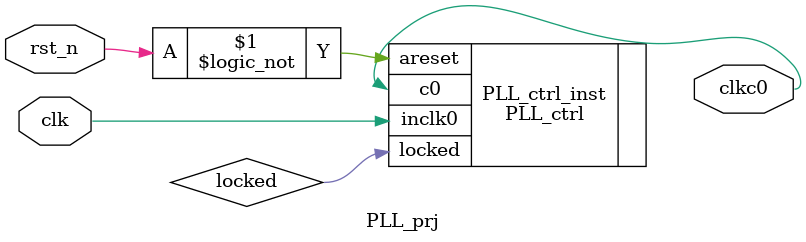
<source format=v>
module PLL_prj(
		clk,
		rst_n,
		clkc0
);
input clk;      //50M
input rst_n;    //rest
output  clkc0;  //200M
wire  locked;

PLL_ctrl	PLL_ctrl_inst (
	.areset ( !rst_n ),
	.inclk0 ( clk),
	.c0 ( clkc0),
	.locked ( locked )
	);

endmodule 

</source>
